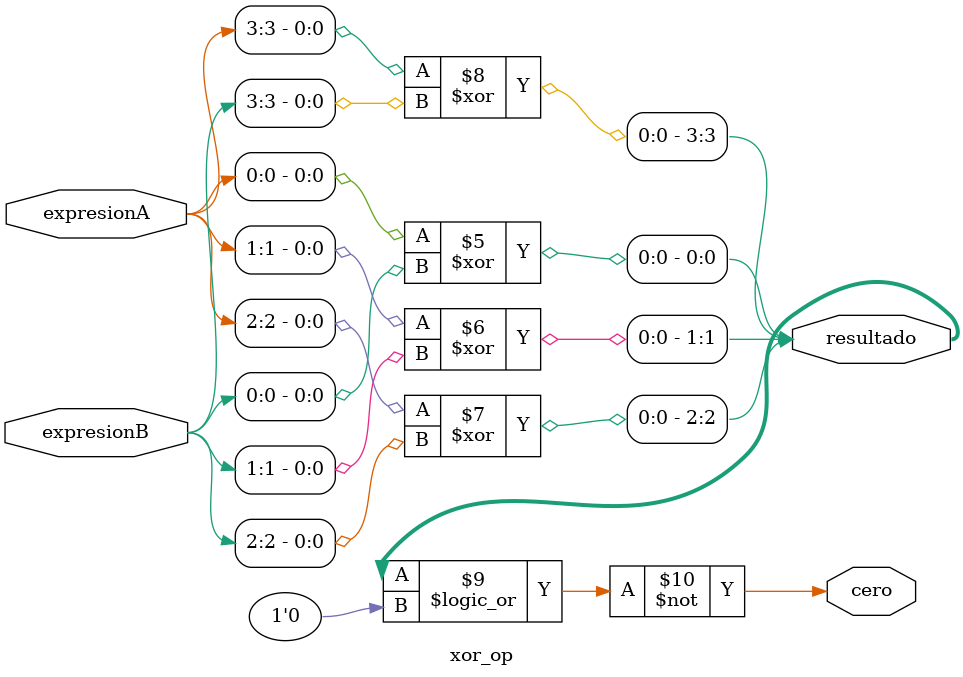
<source format=sv>
module xor_op
	# (parameter M = 4)
	  (expresionA, expresionB, resultado, cero);
  
	input  logic [M-1:0] expresionA;
	input  logic [M-1:0] expresionB;
	
	output logic [M-1:0] resultado;
	output					cero;
	
	always @ (expresionA or expresionB) begin
	
		for (int i = 0; i < $size(expresionA); i++) begin
		
				resultado[i] = expresionA[i] ^ expresionB[i];
		end
		
		cero = ~(resultado || '0);
		
	end
		
endmodule
</source>
